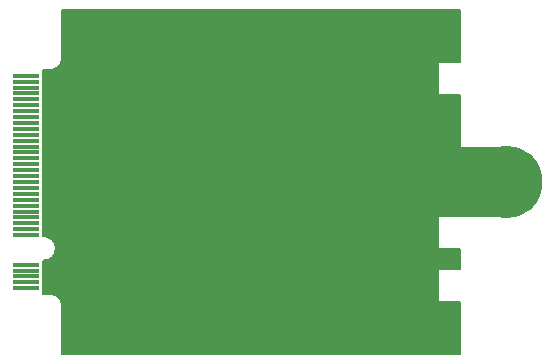
<source format=gbl>
G04 #@! TF.FileFunction,Copper,L2,Bot,Signal*
%FSLAX46Y46*%
G04 Gerber Fmt 4.6, Leading zero omitted, Abs format (unit mm)*
G04 Created by KiCad (PCBNEW 4.0.7) date Fri Mar 16 11:31:01 2018*
%MOMM*%
%LPD*%
G01*
G04 APERTURE LIST*
%ADD10C,0.100000*%
%ADD11R,2.200000X0.350000*%
%ADD12C,6.150000*%
%ADD13C,0.250000*%
%ADD14C,0.200000*%
G04 APERTURE END LIST*
D10*
D11*
X120250000Y-104000000D03*
X120250000Y-103500000D03*
X120250000Y-103000000D03*
X120250000Y-102500000D03*
X120250000Y-102000000D03*
X120250000Y-99500000D03*
X120250000Y-99000000D03*
X120250000Y-98500000D03*
X120250000Y-98000000D03*
X120250000Y-97500000D03*
X120250000Y-97000000D03*
X120250000Y-96500000D03*
X120250000Y-96000000D03*
X120250000Y-95500000D03*
X120250000Y-95000000D03*
X120250000Y-94500000D03*
X120250000Y-94000000D03*
X120250000Y-93500000D03*
X120250000Y-93000000D03*
X120250000Y-92500000D03*
X120250000Y-92000000D03*
X120250000Y-91500000D03*
X120250000Y-91000000D03*
X120250000Y-90500000D03*
X120250000Y-90000000D03*
X120250000Y-89500000D03*
X120250000Y-89000000D03*
X120250000Y-88500000D03*
X120250000Y-88000000D03*
X120250000Y-87500000D03*
X120250000Y-87000000D03*
X120250000Y-86500000D03*
X120250000Y-86000000D03*
D12*
X160850000Y-95000000D03*
D13*
X160850000Y-95000000D02*
X156900000Y-95000000D01*
D14*
G36*
X156950000Y-84800000D02*
X155200000Y-84800000D01*
X155163654Y-84806839D01*
X155130273Y-84828319D01*
X155107879Y-84861094D01*
X155100000Y-84900000D01*
X155100000Y-87500000D01*
X155106839Y-87536346D01*
X155128319Y-87569727D01*
X155161094Y-87592121D01*
X155200000Y-87600000D01*
X156950000Y-87600000D01*
X156950000Y-92000000D01*
X156957879Y-92038906D01*
X156980273Y-92071681D01*
X157013654Y-92093161D01*
X157050000Y-92100000D01*
X160425000Y-92100000D01*
X160425000Y-97900000D01*
X155200000Y-97900000D01*
X155163654Y-97906839D01*
X155130273Y-97928319D01*
X155107879Y-97961094D01*
X155100000Y-98000000D01*
X155100000Y-100600000D01*
X155106839Y-100636346D01*
X155128319Y-100669727D01*
X155161094Y-100692121D01*
X155200000Y-100700000D01*
X156950000Y-100700000D01*
X156950000Y-102400000D01*
X155200000Y-102400000D01*
X155163654Y-102406839D01*
X155130273Y-102428319D01*
X155107879Y-102461094D01*
X155100000Y-102500000D01*
X155100000Y-105100000D01*
X155106839Y-105136346D01*
X155128319Y-105169727D01*
X155161094Y-105192121D01*
X155200000Y-105200000D01*
X156950000Y-105200000D01*
X156950000Y-109575000D01*
X123275000Y-109575000D01*
X123275000Y-105425000D01*
X123266834Y-105383947D01*
X123266834Y-105342088D01*
X123228774Y-105150745D01*
X123165315Y-104997542D01*
X123165313Y-104997540D01*
X123165313Y-104997539D01*
X123056927Y-104835328D01*
X122983958Y-104762360D01*
X122939672Y-104718073D01*
X122777461Y-104609686D01*
X122624258Y-104546227D01*
X122624257Y-104546227D01*
X122624255Y-104546226D01*
X122432913Y-104508166D01*
X122391053Y-104508166D01*
X122350000Y-104500000D01*
X121700000Y-104500000D01*
X121700000Y-104208856D01*
X121706856Y-104175000D01*
X121706856Y-103825000D01*
X121692226Y-103747247D01*
X121706856Y-103675000D01*
X121706856Y-103325000D01*
X121692226Y-103247247D01*
X121706856Y-103175000D01*
X121706856Y-102825000D01*
X121692226Y-102747247D01*
X121706856Y-102675000D01*
X121706856Y-102325000D01*
X121692226Y-102247247D01*
X121706856Y-102175000D01*
X121706856Y-101825000D01*
X121682451Y-101695298D01*
X121653302Y-101650000D01*
X121750000Y-101650000D01*
X121791053Y-101641834D01*
X121832913Y-101641834D01*
X122062523Y-101596162D01*
X122062524Y-101596162D01*
X122215728Y-101532702D01*
X122410382Y-101402638D01*
X122527640Y-101285380D01*
X122657703Y-101090727D01*
X122721162Y-100937524D01*
X122721162Y-100937523D01*
X122766834Y-100707913D01*
X122766834Y-100542087D01*
X122721162Y-100312477D01*
X122709222Y-100283650D01*
X122657703Y-100159273D01*
X122527638Y-99964618D01*
X122410380Y-99847360D01*
X122215728Y-99717298D01*
X122062524Y-99653838D01*
X122062523Y-99653838D01*
X121832913Y-99608166D01*
X121791053Y-99608166D01*
X121750000Y-99600000D01*
X121706856Y-99600000D01*
X121706856Y-99325000D01*
X121692226Y-99247247D01*
X121706856Y-99175000D01*
X121706856Y-98825000D01*
X121692226Y-98747247D01*
X121706856Y-98675000D01*
X121706856Y-98325000D01*
X121692226Y-98247247D01*
X121706856Y-98175000D01*
X121706856Y-97825000D01*
X121692226Y-97747247D01*
X121706856Y-97675000D01*
X121706856Y-97325000D01*
X121692226Y-97247247D01*
X121706856Y-97175000D01*
X121706856Y-96825000D01*
X121692226Y-96747247D01*
X121706856Y-96675000D01*
X121706856Y-96325000D01*
X121692226Y-96247247D01*
X121706856Y-96175000D01*
X121706856Y-95825000D01*
X121692226Y-95747247D01*
X121706856Y-95675000D01*
X121706856Y-95325000D01*
X121692226Y-95247247D01*
X121706856Y-95175000D01*
X121706856Y-94825000D01*
X121692226Y-94747247D01*
X121706856Y-94675000D01*
X121706856Y-94325000D01*
X121692226Y-94247247D01*
X121706856Y-94175000D01*
X121706856Y-93825000D01*
X121692226Y-93747247D01*
X121706856Y-93675000D01*
X121706856Y-93325000D01*
X121692226Y-93247247D01*
X121706856Y-93175000D01*
X121706856Y-92825000D01*
X121692226Y-92747247D01*
X121706856Y-92675000D01*
X121706856Y-92325000D01*
X121692226Y-92247247D01*
X121706856Y-92175000D01*
X121706856Y-91825000D01*
X121692226Y-91747247D01*
X121706856Y-91675000D01*
X121706856Y-91325000D01*
X121692226Y-91247247D01*
X121706856Y-91175000D01*
X121706856Y-90825000D01*
X121692226Y-90747247D01*
X121706856Y-90675000D01*
X121706856Y-90325000D01*
X121692226Y-90247247D01*
X121706856Y-90175000D01*
X121706856Y-89825000D01*
X121692226Y-89747247D01*
X121706856Y-89675000D01*
X121706856Y-89325000D01*
X121692226Y-89247247D01*
X121706856Y-89175000D01*
X121706856Y-88825000D01*
X121692226Y-88747247D01*
X121706856Y-88675000D01*
X121706856Y-88325000D01*
X121692226Y-88247247D01*
X121706856Y-88175000D01*
X121706856Y-87825000D01*
X121692226Y-87747247D01*
X121706856Y-87675000D01*
X121706856Y-87325000D01*
X121692226Y-87247247D01*
X121706856Y-87175000D01*
X121706856Y-86825000D01*
X121692226Y-86747247D01*
X121706856Y-86675000D01*
X121706856Y-86325000D01*
X121692226Y-86247247D01*
X121706856Y-86175000D01*
X121706856Y-85825000D01*
X121700000Y-85788563D01*
X121700000Y-85500000D01*
X122350000Y-85500000D01*
X122391053Y-85491834D01*
X122432913Y-85491834D01*
X122624255Y-85453774D01*
X122624257Y-85453773D01*
X122624258Y-85453773D01*
X122777461Y-85390314D01*
X122939672Y-85281927D01*
X122998299Y-85223299D01*
X123056927Y-85164672D01*
X123165313Y-85002461D01*
X123165314Y-85002459D01*
X123165315Y-85002458D01*
X123228774Y-84849255D01*
X123266834Y-84657912D01*
X123266834Y-84616053D01*
X123275000Y-84575000D01*
X123275000Y-80425000D01*
X156950000Y-80425000D01*
X156950000Y-84800000D01*
X156950000Y-84800000D01*
G37*
X156950000Y-84800000D02*
X155200000Y-84800000D01*
X155163654Y-84806839D01*
X155130273Y-84828319D01*
X155107879Y-84861094D01*
X155100000Y-84900000D01*
X155100000Y-87500000D01*
X155106839Y-87536346D01*
X155128319Y-87569727D01*
X155161094Y-87592121D01*
X155200000Y-87600000D01*
X156950000Y-87600000D01*
X156950000Y-92000000D01*
X156957879Y-92038906D01*
X156980273Y-92071681D01*
X157013654Y-92093161D01*
X157050000Y-92100000D01*
X160425000Y-92100000D01*
X160425000Y-97900000D01*
X155200000Y-97900000D01*
X155163654Y-97906839D01*
X155130273Y-97928319D01*
X155107879Y-97961094D01*
X155100000Y-98000000D01*
X155100000Y-100600000D01*
X155106839Y-100636346D01*
X155128319Y-100669727D01*
X155161094Y-100692121D01*
X155200000Y-100700000D01*
X156950000Y-100700000D01*
X156950000Y-102400000D01*
X155200000Y-102400000D01*
X155163654Y-102406839D01*
X155130273Y-102428319D01*
X155107879Y-102461094D01*
X155100000Y-102500000D01*
X155100000Y-105100000D01*
X155106839Y-105136346D01*
X155128319Y-105169727D01*
X155161094Y-105192121D01*
X155200000Y-105200000D01*
X156950000Y-105200000D01*
X156950000Y-109575000D01*
X123275000Y-109575000D01*
X123275000Y-105425000D01*
X123266834Y-105383947D01*
X123266834Y-105342088D01*
X123228774Y-105150745D01*
X123165315Y-104997542D01*
X123165313Y-104997540D01*
X123165313Y-104997539D01*
X123056927Y-104835328D01*
X122983958Y-104762360D01*
X122939672Y-104718073D01*
X122777461Y-104609686D01*
X122624258Y-104546227D01*
X122624257Y-104546227D01*
X122624255Y-104546226D01*
X122432913Y-104508166D01*
X122391053Y-104508166D01*
X122350000Y-104500000D01*
X121700000Y-104500000D01*
X121700000Y-104208856D01*
X121706856Y-104175000D01*
X121706856Y-103825000D01*
X121692226Y-103747247D01*
X121706856Y-103675000D01*
X121706856Y-103325000D01*
X121692226Y-103247247D01*
X121706856Y-103175000D01*
X121706856Y-102825000D01*
X121692226Y-102747247D01*
X121706856Y-102675000D01*
X121706856Y-102325000D01*
X121692226Y-102247247D01*
X121706856Y-102175000D01*
X121706856Y-101825000D01*
X121682451Y-101695298D01*
X121653302Y-101650000D01*
X121750000Y-101650000D01*
X121791053Y-101641834D01*
X121832913Y-101641834D01*
X122062523Y-101596162D01*
X122062524Y-101596162D01*
X122215728Y-101532702D01*
X122410382Y-101402638D01*
X122527640Y-101285380D01*
X122657703Y-101090727D01*
X122721162Y-100937524D01*
X122721162Y-100937523D01*
X122766834Y-100707913D01*
X122766834Y-100542087D01*
X122721162Y-100312477D01*
X122709222Y-100283650D01*
X122657703Y-100159273D01*
X122527638Y-99964618D01*
X122410380Y-99847360D01*
X122215728Y-99717298D01*
X122062524Y-99653838D01*
X122062523Y-99653838D01*
X121832913Y-99608166D01*
X121791053Y-99608166D01*
X121750000Y-99600000D01*
X121706856Y-99600000D01*
X121706856Y-99325000D01*
X121692226Y-99247247D01*
X121706856Y-99175000D01*
X121706856Y-98825000D01*
X121692226Y-98747247D01*
X121706856Y-98675000D01*
X121706856Y-98325000D01*
X121692226Y-98247247D01*
X121706856Y-98175000D01*
X121706856Y-97825000D01*
X121692226Y-97747247D01*
X121706856Y-97675000D01*
X121706856Y-97325000D01*
X121692226Y-97247247D01*
X121706856Y-97175000D01*
X121706856Y-96825000D01*
X121692226Y-96747247D01*
X121706856Y-96675000D01*
X121706856Y-96325000D01*
X121692226Y-96247247D01*
X121706856Y-96175000D01*
X121706856Y-95825000D01*
X121692226Y-95747247D01*
X121706856Y-95675000D01*
X121706856Y-95325000D01*
X121692226Y-95247247D01*
X121706856Y-95175000D01*
X121706856Y-94825000D01*
X121692226Y-94747247D01*
X121706856Y-94675000D01*
X121706856Y-94325000D01*
X121692226Y-94247247D01*
X121706856Y-94175000D01*
X121706856Y-93825000D01*
X121692226Y-93747247D01*
X121706856Y-93675000D01*
X121706856Y-93325000D01*
X121692226Y-93247247D01*
X121706856Y-93175000D01*
X121706856Y-92825000D01*
X121692226Y-92747247D01*
X121706856Y-92675000D01*
X121706856Y-92325000D01*
X121692226Y-92247247D01*
X121706856Y-92175000D01*
X121706856Y-91825000D01*
X121692226Y-91747247D01*
X121706856Y-91675000D01*
X121706856Y-91325000D01*
X121692226Y-91247247D01*
X121706856Y-91175000D01*
X121706856Y-90825000D01*
X121692226Y-90747247D01*
X121706856Y-90675000D01*
X121706856Y-90325000D01*
X121692226Y-90247247D01*
X121706856Y-90175000D01*
X121706856Y-89825000D01*
X121692226Y-89747247D01*
X121706856Y-89675000D01*
X121706856Y-89325000D01*
X121692226Y-89247247D01*
X121706856Y-89175000D01*
X121706856Y-88825000D01*
X121692226Y-88747247D01*
X121706856Y-88675000D01*
X121706856Y-88325000D01*
X121692226Y-88247247D01*
X121706856Y-88175000D01*
X121706856Y-87825000D01*
X121692226Y-87747247D01*
X121706856Y-87675000D01*
X121706856Y-87325000D01*
X121692226Y-87247247D01*
X121706856Y-87175000D01*
X121706856Y-86825000D01*
X121692226Y-86747247D01*
X121706856Y-86675000D01*
X121706856Y-86325000D01*
X121692226Y-86247247D01*
X121706856Y-86175000D01*
X121706856Y-85825000D01*
X121700000Y-85788563D01*
X121700000Y-85500000D01*
X122350000Y-85500000D01*
X122391053Y-85491834D01*
X122432913Y-85491834D01*
X122624255Y-85453774D01*
X122624257Y-85453773D01*
X122624258Y-85453773D01*
X122777461Y-85390314D01*
X122939672Y-85281927D01*
X122998299Y-85223299D01*
X123056927Y-85164672D01*
X123165313Y-85002461D01*
X123165314Y-85002459D01*
X123165315Y-85002458D01*
X123228774Y-84849255D01*
X123266834Y-84657912D01*
X123266834Y-84616053D01*
X123275000Y-84575000D01*
X123275000Y-80425000D01*
X156950000Y-80425000D01*
X156950000Y-84800000D01*
M02*

</source>
